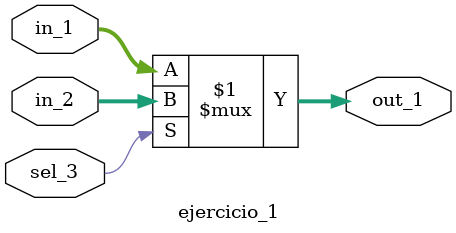
<source format=v>
module ejercicio_1(in_1, in_2, sel_3, out_1);
	input [15:0] in_1;
	input [15:0] in_2;
	input	     sel_3;

	output [15:0] out_1;

	assign out_1 = sel_3 ? in_2: in_1;

endmodule

</source>
